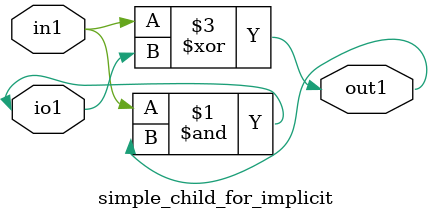
<source format=sv>
module simple_child_for_implicit (
    input logic in1,
    output logic out1,
    inout wire io1
);
    assign io1 = in1 & out1;
    always_comb begin
        out1 = in1 ^ io1;
    end
endmodule


</source>
